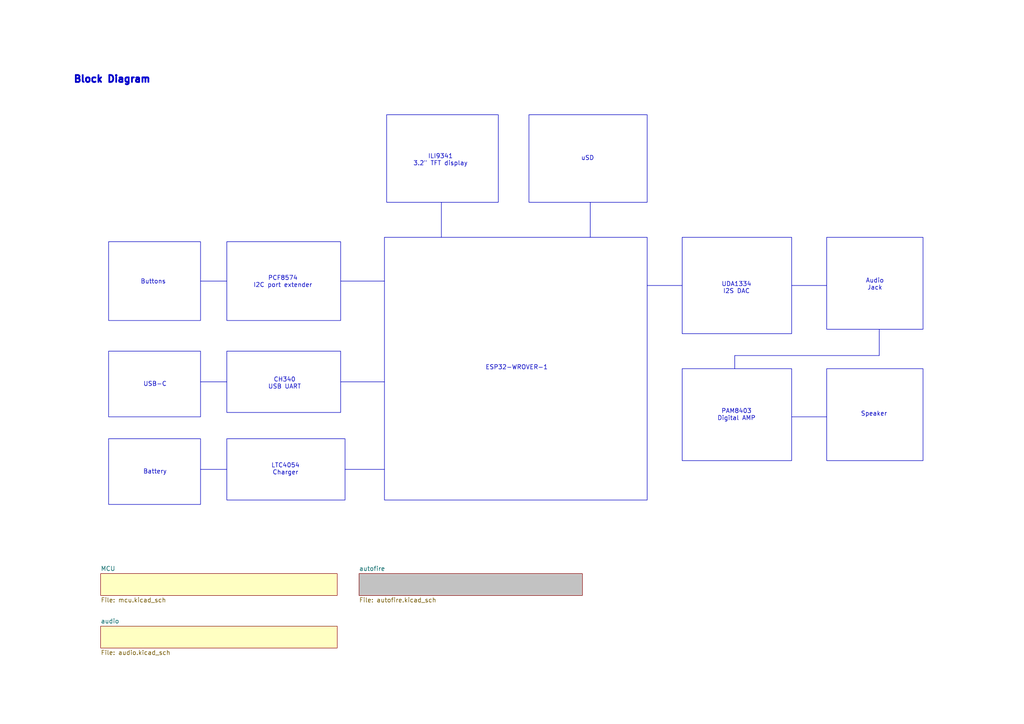
<source format=kicad_sch>
(kicad_sch
	(version 20250114)
	(generator "eeschema")
	(generator_version "9.0")
	(uuid "a42772e2-b632-4444-a8ab-54d2124cffc5")
	(paper "A4")
	(title_block
		(title "Karabas Esplay")
		(date "2025-09-28")
		(rev "A")
		(company "Andy Karpov production")
	)
	(lib_symbols)
	(rectangle
		(start 153.416 33.274)
		(end 187.706 58.674)
		(stroke
			(width 0)
			(type default)
		)
		(fill
			(type none)
		)
		(uuid 0e943788-8783-4a10-b091-ced05e4975c8)
	)
	(rectangle
		(start 31.496 127.254)
		(end 58.166 146.304)
		(stroke
			(width 0)
			(type default)
		)
		(fill
			(type none)
		)
		(uuid 10203dc9-092f-435b-b4fe-5aa203ffe8e2)
	)
	(rectangle
		(start 197.866 106.934)
		(end 229.616 133.604)
		(stroke
			(width 0)
			(type default)
		)
		(fill
			(type none)
		)
		(uuid 179702f1-d01f-4fdc-9d7a-179821ec1e57)
	)
	(rectangle
		(start 239.776 106.934)
		(end 267.716 133.604)
		(stroke
			(width 0)
			(type default)
		)
		(fill
			(type none)
		)
		(uuid 1fea5e26-59e1-4123-8afd-29dc6f3f1ec9)
	)
	(rectangle
		(start 111.506 68.834)
		(end 187.706 145.034)
		(stroke
			(width 0)
			(type default)
		)
		(fill
			(type none)
		)
		(uuid 20b0de1e-806d-446a-95c7-847259d9a1c6)
	)
	(rectangle
		(start 65.786 70.104)
		(end 98.806 92.964)
		(stroke
			(width 0)
			(type default)
		)
		(fill
			(type none)
		)
		(uuid 391e5bde-230b-44d9-80cf-9f1c6b317766)
	)
	(rectangle
		(start 31.496 101.854)
		(end 58.166 120.904)
		(stroke
			(width 0)
			(type default)
		)
		(fill
			(type none)
		)
		(uuid 4a6f0157-bd8f-4601-926c-a5e3ee1cddd7)
	)
	(rectangle
		(start 31.496 70.104)
		(end 58.166 92.964)
		(stroke
			(width 0)
			(type default)
		)
		(fill
			(type none)
		)
		(uuid 8f250a78-51e6-4802-8cfb-11895e403c0f)
	)
	(rectangle
		(start 239.776 68.834)
		(end 267.716 95.504)
		(stroke
			(width 0)
			(type default)
		)
		(fill
			(type none)
		)
		(uuid 9dbb3a1d-103e-4950-b6b5-567b049a93dd)
	)
	(rectangle
		(start 65.786 127.254)
		(end 100.076 145.034)
		(stroke
			(width 0)
			(type default)
		)
		(fill
			(type none)
		)
		(uuid aaba6690-56bf-48f9-8c4f-1652f47f870f)
	)
	(rectangle
		(start 197.866 68.834)
		(end 229.616 96.774)
		(stroke
			(width 0)
			(type default)
		)
		(fill
			(type none)
		)
		(uuid ce417e30-0cd0-44f6-88ea-83bba8b234a7)
	)
	(rectangle
		(start 65.786 101.854)
		(end 98.806 119.634)
		(stroke
			(width 0)
			(type default)
		)
		(fill
			(type none)
		)
		(uuid eecf7c07-19c5-4a5e-a591-02b5966375c2)
	)
	(rectangle
		(start 112.141 33.274)
		(end 144.526 58.674)
		(stroke
			(width 0)
			(type default)
		)
		(fill
			(type none)
		)
		(uuid f5eeb8db-0acc-4df3-ace5-617b575ca80c)
	)
	(text "Block Diagram"
		(exclude_from_sim no)
		(at 32.512 23.114 0)
		(effects
			(font
				(size 2 2)
				(thickness 1)
				(bold yes)
			)
		)
		(uuid "1146e99d-a432-451a-9b6c-9ef10aa67441")
	)
	(text "PCF8574\nI2C port extender"
		(exclude_from_sim no)
		(at 82.042 81.788 0)
		(effects
			(font
				(size 1.27 1.27)
			)
		)
		(uuid "432d64e7-f8f9-444f-9b60-6e2882c1ff5e")
	)
	(text "Audio\nJack"
		(exclude_from_sim no)
		(at 253.746 82.55 0)
		(effects
			(font
				(size 1.27 1.27)
			)
		)
		(uuid "45a79fb7-1f9c-48a1-ac39-798fedca6ea5")
	)
	(text "uSD"
		(exclude_from_sim no)
		(at 170.434 45.974 0)
		(effects
			(font
				(size 1.27 1.27)
			)
		)
		(uuid "4d8fe97e-22e7-49c7-88b8-37b1c5385e31")
	)
	(text "Battery"
		(exclude_from_sim no)
		(at 44.958 136.906 0)
		(effects
			(font
				(size 1.27 1.27)
			)
		)
		(uuid "51af385c-b9f2-458a-80a9-67c52a0f5f7c")
	)
	(text "LTC4054\nCharger"
		(exclude_from_sim no)
		(at 82.804 136.144 0)
		(effects
			(font
				(size 1.27 1.27)
			)
		)
		(uuid "627bfa56-ad3a-4fec-8f94-a4e306ea14fd")
	)
	(text "UDA1334\nI2S DAC"
		(exclude_from_sim no)
		(at 213.614 83.566 0)
		(effects
			(font
				(size 1.27 1.27)
			)
		)
		(uuid "6a8d81de-6859-45f4-b1cf-81ba523e3f36")
	)
	(text "CH340\nUSB UART"
		(exclude_from_sim no)
		(at 82.55 111.252 0)
		(effects
			(font
				(size 1.27 1.27)
			)
		)
		(uuid "6e6a32d4-df1b-4e51-9e17-66f4d5de837c")
	)
	(text "Speaker"
		(exclude_from_sim no)
		(at 253.492 120.142 0)
		(effects
			(font
				(size 1.27 1.27)
			)
		)
		(uuid "9416ce38-d055-4f95-b7c9-cb5093b69422")
	)
	(text "ILI9341\n3.2\" TFT display"
		(exclude_from_sim no)
		(at 127.762 46.482 0)
		(effects
			(font
				(size 1.27 1.27)
			)
		)
		(uuid "9b22ec48-d91e-451e-83ff-79ca0592aa72")
	)
	(text "Buttons"
		(exclude_from_sim no)
		(at 44.45 81.788 0)
		(effects
			(font
				(size 1.27 1.27)
			)
		)
		(uuid "a0f6bcc8-1a0b-4c8e-94c8-2fff1522a217")
	)
	(text "ESP32-WROVER-1"
		(exclude_from_sim no)
		(at 149.86 106.68 0)
		(effects
			(font
				(size 1.27 1.27)
			)
		)
		(uuid "a7e47ea0-659d-4dba-9afd-135299924cee")
	)
	(text "PAM8403\nDigital AMP"
		(exclude_from_sim no)
		(at 213.614 120.396 0)
		(effects
			(font
				(size 1.27 1.27)
			)
		)
		(uuid "ac673c4a-f58b-402f-ad61-f4653e204d4f")
	)
	(text "USB-C"
		(exclude_from_sim no)
		(at 44.958 111.506 0)
		(effects
			(font
				(size 1.27 1.27)
			)
		)
		(uuid "e6afc816-94a0-482e-860c-26c333a67d54")
	)
	(polyline
		(pts
			(xy 98.806 110.744) (xy 111.506 110.744)
		)
		(stroke
			(width 0)
			(type default)
		)
		(uuid "13fac745-c156-4b14-8a98-94ac8c1d5dcc")
	)
	(polyline
		(pts
			(xy 213.106 103.124) (xy 255.016 103.124)
		)
		(stroke
			(width 0)
			(type default)
		)
		(uuid "16c357cc-46d6-4830-89c5-8d13de44c5b1")
	)
	(polyline
		(pts
			(xy 58.166 81.534) (xy 65.786 81.534)
		)
		(stroke
			(width 0)
			(type default)
		)
		(uuid "1f704d16-015c-4fd5-bb92-835ae2c57993")
	)
	(polyline
		(pts
			(xy 98.806 81.534) (xy 111.506 81.534)
		)
		(stroke
			(width 0)
			(type default)
		)
		(uuid "36f947b2-8477-4b95-bc4f-a96ad6acff60")
	)
	(polyline
		(pts
			(xy 58.166 136.144) (xy 65.786 136.144)
		)
		(stroke
			(width 0)
			(type default)
		)
		(uuid "3eb5bd9c-f016-4537-a6d1-d8822d2f6e2c")
	)
	(polyline
		(pts
			(xy 255.016 95.504) (xy 255.016 103.124)
		)
		(stroke
			(width 0)
			(type default)
		)
		(uuid "4708cf90-319c-4820-b1e6-5b46bd865023")
	)
	(polyline
		(pts
			(xy 58.166 110.744) (xy 65.786 110.744)
		)
		(stroke
			(width 0)
			(type default)
		)
		(uuid "56f9b586-edde-4472-80a3-bb645b9354b0")
	)
	(polyline
		(pts
			(xy 128.016 58.674) (xy 128.016 68.834)
		)
		(stroke
			(width 0)
			(type default)
		)
		(uuid "61a3b599-09bc-4e98-ad60-9b48a6ca9bb5")
	)
	(polyline
		(pts
			(xy 187.706 82.804) (xy 197.866 82.804)
		)
		(stroke
			(width 0)
			(type default)
		)
		(uuid "6c980505-20fd-4912-a377-675945d8ea78")
	)
	(polyline
		(pts
			(xy 100.076 136.144) (xy 111.506 136.144)
		)
		(stroke
			(width 0)
			(type default)
		)
		(uuid "76e8bac9-ec84-4cf2-b3d6-505496d4a686")
	)
	(polyline
		(pts
			(xy 229.616 120.904) (xy 239.776 120.904)
		)
		(stroke
			(width 0)
			(type default)
		)
		(uuid "b0e7b2af-429f-444e-a931-8a90fbffb94d")
	)
	(polyline
		(pts
			(xy 213.106 106.934) (xy 213.106 103.124)
		)
		(stroke
			(width 0)
			(type default)
		)
		(uuid "c11ca8a8-019a-4807-af6d-f7bd3df66505")
	)
	(polyline
		(pts
			(xy 171.196 58.674) (xy 171.196 68.834)
		)
		(stroke
			(width 0)
			(type default)
		)
		(uuid "d9227576-68d9-4641-a49a-97e745961914")
	)
	(polyline
		(pts
			(xy 229.616 82.804) (xy 239.776 82.804)
		)
		(stroke
			(width 0)
			(type default)
		)
		(uuid "ee0771a8-44c4-4e5b-ad59-b185419b7487")
	)
	(sheet
		(at 104.14 166.37)
		(size 64.77 6.35)
		(exclude_from_sim no)
		(in_bom yes)
		(on_board yes)
		(dnp no)
		(fields_autoplaced yes)
		(stroke
			(width 0.1524)
			(type solid)
		)
		(fill
			(color 194 194 194 1.0000)
		)
		(uuid "233fe26c-6c90-4f64-b10a-1d1f42458446")
		(property "Sheetname" "autofire"
			(at 104.14 165.6584 0)
			(effects
				(font
					(size 1.27 1.27)
				)
				(justify left bottom)
			)
		)
		(property "Sheetfile" "autofire.kicad_sch"
			(at 104.14 173.3046 0)
			(effects
				(font
					(size 1.27 1.27)
				)
				(justify left top)
			)
		)
		(instances
			(project "esplay"
				(path "/a42772e2-b632-4444-a8ab-54d2124cffc5"
					(page "4")
				)
			)
		)
	)
	(sheet
		(at 29.21 166.37)
		(size 68.58 6.35)
		(exclude_from_sim no)
		(in_bom yes)
		(on_board yes)
		(dnp no)
		(fields_autoplaced yes)
		(stroke
			(width 0.1524)
			(type solid)
		)
		(fill
			(color 255 255 194 1.0000)
		)
		(uuid "5ad0d6f3-f620-4ee5-82bc-65bc586ed5b8")
		(property "Sheetname" "MCU"
			(at 29.21 165.6584 0)
			(effects
				(font
					(size 1.27 1.27)
				)
				(justify left bottom)
			)
		)
		(property "Sheetfile" "mcu.kicad_sch"
			(at 29.21 173.3046 0)
			(effects
				(font
					(size 1.27 1.27)
				)
				(justify left top)
			)
		)
		(instances
			(project "esplay"
				(path "/a42772e2-b632-4444-a8ab-54d2124cffc5"
					(page "2")
				)
			)
		)
	)
	(sheet
		(at 29.21 181.61)
		(size 68.58 6.35)
		(exclude_from_sim no)
		(in_bom yes)
		(on_board yes)
		(dnp no)
		(fields_autoplaced yes)
		(stroke
			(width 0.1524)
			(type solid)
		)
		(fill
			(color 255 255 194 1.0000)
		)
		(uuid "898305a6-d09a-4ae9-8500-eed4041f231c")
		(property "Sheetname" "audio"
			(at 29.21 180.8984 0)
			(effects
				(font
					(size 1.27 1.27)
				)
				(justify left bottom)
			)
		)
		(property "Sheetfile" "audio.kicad_sch"
			(at 29.21 188.5446 0)
			(effects
				(font
					(size 1.27 1.27)
				)
				(justify left top)
			)
		)
		(instances
			(project "esplay"
				(path "/a42772e2-b632-4444-a8ab-54d2124cffc5"
					(page "3")
				)
			)
		)
	)
	(sheet_instances
		(path "/"
			(page "1")
		)
	)
	(embedded_fonts no)
)

</source>
